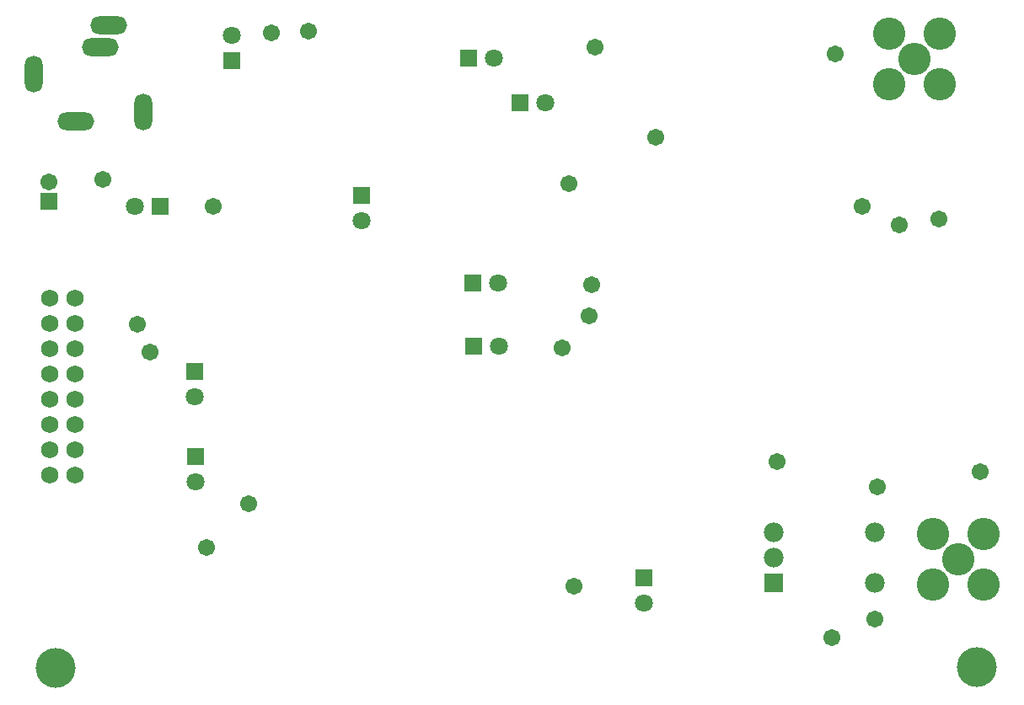
<source format=gbr>
G04 DipTrace 3.3.1.1*
G04 BottomMask.gbr*
%MOIN*%
G04 #@! TF.FileFunction,Soldermask,Bot*
G04 #@! TF.Part,Single*
%ADD39C,0.15748*%
%ADD49C,0.078031*%
%ADD51R,0.078031X0.078031*%
%ADD55C,0.067087*%
%ADD57C,0.128031*%
%ADD61C,0.067087*%
%ADD63R,0.067087X0.067087*%
%ADD65O,0.145827X0.071024*%
%ADD67O,0.071024X0.145827*%
%ADD69C,0.068031*%
%ADD73R,0.071024X0.071024*%
%ADD75C,0.071024*%
%FSLAX26Y26*%
G04*
G70*
G90*
G75*
G01*
G04 BotMask*
%LPD*%
D75*
X1099308Y1612374D3*
D73*
Y1712374D3*
D75*
X2281464Y2950752D3*
D73*
X2181464D3*
D75*
X1243306Y3042506D3*
D73*
Y2942506D3*
D75*
X2483709Y2775435D3*
D73*
X2383709D3*
D75*
X2297475Y2060412D3*
D73*
X2197475D3*
D75*
X862273Y2365414D3*
D73*
X962273D3*
D75*
X2300987Y1812166D3*
D73*
X2200987D3*
D75*
X2874978Y793615D3*
D73*
Y893615D3*
D75*
X1757457Y2308849D3*
D73*
Y2408849D3*
D75*
X1100052Y1273668D3*
D73*
Y1373668D3*
D39*
X4192063Y540385D3*
X547793Y536681D3*
D69*
X523056Y1902283D3*
Y1802283D3*
Y1702283D3*
Y1602283D3*
Y1502283D3*
Y1402283D3*
Y1302283D3*
X623056D3*
Y1402283D3*
Y1502283D3*
Y1602283D3*
Y1702283D3*
Y1802283D3*
Y1902283D3*
Y2002283D3*
X523056D3*
D67*
X459659Y2886577D3*
D65*
X757135Y3080722D3*
X724652Y2994668D3*
X627278Y2702000D3*
D67*
X895293Y2736890D3*
D63*
X519448Y2383307D3*
D61*
Y2462047D3*
D57*
X4218808Y868297D3*
X4018808D3*
Y1068297D3*
X4218808D3*
X4118808Y968297D3*
D55*
X2682310Y2993533D3*
X2577241Y2454309D3*
D57*
X4044625Y3047474D3*
Y2847474D3*
D55*
X2667455Y2056429D3*
X2551921Y1803933D3*
X1401549Y3051044D3*
X733730Y2469925D3*
X920992Y1787427D3*
X1312087Y1187179D3*
X3738663Y2363902D3*
X4039437Y2314029D3*
X3788301Y731585D3*
X3401930Y1354836D3*
X3797499Y1255944D3*
X4205280Y1315639D3*
X1171474Y2365042D3*
X2921727Y2639668D3*
D57*
X3844625Y2847474D3*
D55*
X2657429Y1930161D3*
D57*
X3844625Y3047474D3*
D55*
X2598740Y862753D3*
X1144417Y1015831D3*
X870316Y1897088D3*
X1548139Y3056668D3*
X3618470Y659791D3*
X3629470Y2966828D3*
X3884797Y2290298D3*
D57*
X3944625Y2947474D3*
D51*
X3387545Y875293D3*
D49*
Y975293D3*
Y1075293D3*
X3787545D3*
Y875293D3*
M02*

</source>
